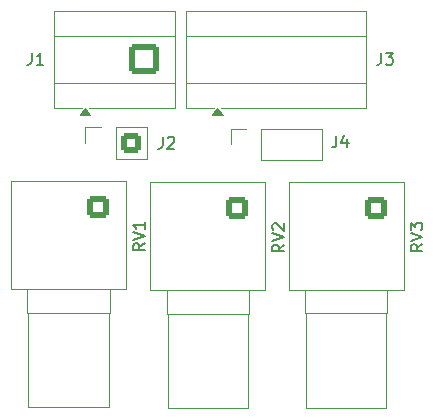
<source format=gto>
G04 #@! TF.GenerationSoftware,KiCad,Pcbnew,9.0.1*
G04 #@! TF.CreationDate,2025-04-21T20:59:13+02:00*
G04 #@! TF.ProjectId,3_pots_pcb_v0.2a,335f706f-7473-45f7-9063-625f76302e32,rev?*
G04 #@! TF.SameCoordinates,Original*
G04 #@! TF.FileFunction,Legend,Top*
G04 #@! TF.FilePolarity,Positive*
%FSLAX46Y46*%
G04 Gerber Fmt 4.6, Leading zero omitted, Abs format (unit mm)*
G04 Created by KiCad (PCBNEW 9.0.1) date 2025-04-21 20:59:13*
%MOMM*%
%LPD*%
G01*
G04 APERTURE LIST*
G04 Aperture macros list*
%AMRoundRect*
0 Rectangle with rounded corners*
0 $1 Rounding radius*
0 $2 $3 $4 $5 $6 $7 $8 $9 X,Y pos of 4 corners*
0 Add a 4 corners polygon primitive as box body*
4,1,4,$2,$3,$4,$5,$6,$7,$8,$9,$2,$3,0*
0 Add four circle primitives for the rounded corners*
1,1,$1+$1,$2,$3*
1,1,$1+$1,$4,$5*
1,1,$1+$1,$6,$7*
1,1,$1+$1,$8,$9*
0 Add four rect primitives between the rounded corners*
20,1,$1+$1,$2,$3,$4,$5,0*
20,1,$1+$1,$4,$5,$6,$7,0*
20,1,$1+$1,$6,$7,$8,$9,0*
20,1,$1+$1,$8,$9,$2,$3,0*%
G04 Aperture macros list end*
%ADD10C,0.150000*%
%ADD11C,0.120000*%
%ADD12C,2.500000*%
%ADD13RoundRect,0.250000X-1.000000X-1.000000X1.000000X-1.000000X1.000000X1.000000X-1.000000X1.000000X0*%
%ADD14C,3.800000*%
%ADD15C,1.800000*%
%ADD16RoundRect,0.250000X-0.650000X0.650000X-0.650000X-0.650000X0.650000X-0.650000X0.650000X0.650000X0*%
%ADD17C,1.700000*%
%ADD18RoundRect,0.250000X0.600000X-0.600000X0.600000X0.600000X-0.600000X0.600000X-0.600000X-0.600000X0*%
G04 APERTURE END LIST*
D10*
X174091666Y-101579819D02*
X174091666Y-102294104D01*
X174091666Y-102294104D02*
X174044047Y-102436961D01*
X174044047Y-102436961D02*
X173948809Y-102532200D01*
X173948809Y-102532200D02*
X173805952Y-102579819D01*
X173805952Y-102579819D02*
X173710714Y-102579819D01*
X174996428Y-101913152D02*
X174996428Y-102579819D01*
X174758333Y-101532200D02*
X174520238Y-102246485D01*
X174520238Y-102246485D02*
X175139285Y-102246485D01*
X148291666Y-94579819D02*
X148291666Y-95294104D01*
X148291666Y-95294104D02*
X148244047Y-95436961D01*
X148244047Y-95436961D02*
X148148809Y-95532200D01*
X148148809Y-95532200D02*
X148005952Y-95579819D01*
X148005952Y-95579819D02*
X147910714Y-95579819D01*
X149291666Y-95579819D02*
X148720238Y-95579819D01*
X149005952Y-95579819D02*
X149005952Y-94579819D01*
X149005952Y-94579819D02*
X148910714Y-94722676D01*
X148910714Y-94722676D02*
X148815476Y-94817914D01*
X148815476Y-94817914D02*
X148720238Y-94865533D01*
X181379819Y-110770238D02*
X180903628Y-111103571D01*
X181379819Y-111341666D02*
X180379819Y-111341666D01*
X180379819Y-111341666D02*
X180379819Y-110960714D01*
X180379819Y-110960714D02*
X180427438Y-110865476D01*
X180427438Y-110865476D02*
X180475057Y-110817857D01*
X180475057Y-110817857D02*
X180570295Y-110770238D01*
X180570295Y-110770238D02*
X180713152Y-110770238D01*
X180713152Y-110770238D02*
X180808390Y-110817857D01*
X180808390Y-110817857D02*
X180856009Y-110865476D01*
X180856009Y-110865476D02*
X180903628Y-110960714D01*
X180903628Y-110960714D02*
X180903628Y-111341666D01*
X180379819Y-110484523D02*
X181379819Y-110151190D01*
X181379819Y-110151190D02*
X180379819Y-109817857D01*
X180379819Y-109579761D02*
X180379819Y-108960714D01*
X180379819Y-108960714D02*
X180760771Y-109294047D01*
X180760771Y-109294047D02*
X180760771Y-109151190D01*
X180760771Y-109151190D02*
X180808390Y-109055952D01*
X180808390Y-109055952D02*
X180856009Y-109008333D01*
X180856009Y-109008333D02*
X180951247Y-108960714D01*
X180951247Y-108960714D02*
X181189342Y-108960714D01*
X181189342Y-108960714D02*
X181284580Y-109008333D01*
X181284580Y-109008333D02*
X181332200Y-109055952D01*
X181332200Y-109055952D02*
X181379819Y-109151190D01*
X181379819Y-109151190D02*
X181379819Y-109436904D01*
X181379819Y-109436904D02*
X181332200Y-109532142D01*
X181332200Y-109532142D02*
X181284580Y-109579761D01*
X159391666Y-101679819D02*
X159391666Y-102394104D01*
X159391666Y-102394104D02*
X159344047Y-102536961D01*
X159344047Y-102536961D02*
X159248809Y-102632200D01*
X159248809Y-102632200D02*
X159105952Y-102679819D01*
X159105952Y-102679819D02*
X159010714Y-102679819D01*
X159820238Y-101775057D02*
X159867857Y-101727438D01*
X159867857Y-101727438D02*
X159963095Y-101679819D01*
X159963095Y-101679819D02*
X160201190Y-101679819D01*
X160201190Y-101679819D02*
X160296428Y-101727438D01*
X160296428Y-101727438D02*
X160344047Y-101775057D01*
X160344047Y-101775057D02*
X160391666Y-101870295D01*
X160391666Y-101870295D02*
X160391666Y-101965533D01*
X160391666Y-101965533D02*
X160344047Y-102108390D01*
X160344047Y-102108390D02*
X159772619Y-102679819D01*
X159772619Y-102679819D02*
X160391666Y-102679819D01*
X177891666Y-94579819D02*
X177891666Y-95294104D01*
X177891666Y-95294104D02*
X177844047Y-95436961D01*
X177844047Y-95436961D02*
X177748809Y-95532200D01*
X177748809Y-95532200D02*
X177605952Y-95579819D01*
X177605952Y-95579819D02*
X177510714Y-95579819D01*
X178272619Y-94579819D02*
X178891666Y-94579819D01*
X178891666Y-94579819D02*
X178558333Y-94960771D01*
X178558333Y-94960771D02*
X178701190Y-94960771D01*
X178701190Y-94960771D02*
X178796428Y-95008390D01*
X178796428Y-95008390D02*
X178844047Y-95056009D01*
X178844047Y-95056009D02*
X178891666Y-95151247D01*
X178891666Y-95151247D02*
X178891666Y-95389342D01*
X178891666Y-95389342D02*
X178844047Y-95484580D01*
X178844047Y-95484580D02*
X178796428Y-95532200D01*
X178796428Y-95532200D02*
X178701190Y-95579819D01*
X178701190Y-95579819D02*
X178415476Y-95579819D01*
X178415476Y-95579819D02*
X178320238Y-95532200D01*
X178320238Y-95532200D02*
X178272619Y-95484580D01*
X169679819Y-110820238D02*
X169203628Y-111153571D01*
X169679819Y-111391666D02*
X168679819Y-111391666D01*
X168679819Y-111391666D02*
X168679819Y-111010714D01*
X168679819Y-111010714D02*
X168727438Y-110915476D01*
X168727438Y-110915476D02*
X168775057Y-110867857D01*
X168775057Y-110867857D02*
X168870295Y-110820238D01*
X168870295Y-110820238D02*
X169013152Y-110820238D01*
X169013152Y-110820238D02*
X169108390Y-110867857D01*
X169108390Y-110867857D02*
X169156009Y-110915476D01*
X169156009Y-110915476D02*
X169203628Y-111010714D01*
X169203628Y-111010714D02*
X169203628Y-111391666D01*
X168679819Y-110534523D02*
X169679819Y-110201190D01*
X169679819Y-110201190D02*
X168679819Y-109867857D01*
X168775057Y-109582142D02*
X168727438Y-109534523D01*
X168727438Y-109534523D02*
X168679819Y-109439285D01*
X168679819Y-109439285D02*
X168679819Y-109201190D01*
X168679819Y-109201190D02*
X168727438Y-109105952D01*
X168727438Y-109105952D02*
X168775057Y-109058333D01*
X168775057Y-109058333D02*
X168870295Y-109010714D01*
X168870295Y-109010714D02*
X168965533Y-109010714D01*
X168965533Y-109010714D02*
X169108390Y-109058333D01*
X169108390Y-109058333D02*
X169679819Y-109629761D01*
X169679819Y-109629761D02*
X169679819Y-109010714D01*
X157879819Y-110720238D02*
X157403628Y-111053571D01*
X157879819Y-111291666D02*
X156879819Y-111291666D01*
X156879819Y-111291666D02*
X156879819Y-110910714D01*
X156879819Y-110910714D02*
X156927438Y-110815476D01*
X156927438Y-110815476D02*
X156975057Y-110767857D01*
X156975057Y-110767857D02*
X157070295Y-110720238D01*
X157070295Y-110720238D02*
X157213152Y-110720238D01*
X157213152Y-110720238D02*
X157308390Y-110767857D01*
X157308390Y-110767857D02*
X157356009Y-110815476D01*
X157356009Y-110815476D02*
X157403628Y-110910714D01*
X157403628Y-110910714D02*
X157403628Y-111291666D01*
X156879819Y-110434523D02*
X157879819Y-110101190D01*
X157879819Y-110101190D02*
X156879819Y-109767857D01*
X157879819Y-108910714D02*
X157879819Y-109482142D01*
X157879819Y-109196428D02*
X156879819Y-109196428D01*
X156879819Y-109196428D02*
X157022676Y-109291666D01*
X157022676Y-109291666D02*
X157117914Y-109386904D01*
X157117914Y-109386904D02*
X157165533Y-109482142D01*
D11*
X150205000Y-91005000D02*
X150205000Y-99245000D01*
X150205000Y-91005000D02*
X160445000Y-91005000D01*
X150205000Y-93125000D02*
X160445000Y-93125000D01*
X150205000Y-97125000D02*
X160445000Y-97125000D01*
X150205000Y-99245000D02*
X152525000Y-99245000D01*
X153125000Y-99245000D02*
X160445000Y-99245000D01*
X160445000Y-91005000D02*
X160445000Y-99245000D01*
X153265000Y-99855000D02*
X152385000Y-99855000D01*
X152825000Y-99245000D01*
X153265000Y-99855000D01*
G36*
X153265000Y-99855000D02*
G01*
X152385000Y-99855000D01*
X152825000Y-99245000D01*
X153265000Y-99855000D01*
G37*
X171425000Y-116625000D02*
X171425000Y-114625000D01*
X171425000Y-116625000D02*
X178425000Y-116625000D01*
X171525000Y-124625000D02*
X171525000Y-116625000D01*
X178325000Y-124625000D02*
X171525000Y-124625000D01*
X178325000Y-124625000D02*
X178325000Y-116625000D01*
X178425000Y-116625000D02*
X178425000Y-114625000D01*
X170055000Y-114625000D02*
X179795000Y-114625000D01*
X179795000Y-105504000D01*
X170055000Y-105504000D01*
X170055000Y-114625000D01*
X152845000Y-100870000D02*
X154175000Y-100870000D01*
X152845000Y-102200000D02*
X152845000Y-100870000D01*
X155445000Y-100870000D02*
X158045000Y-100870000D01*
X155445000Y-103530000D02*
X155445000Y-100870000D01*
X155445000Y-103530000D02*
X158045000Y-103530000D01*
X158045000Y-103530000D02*
X158045000Y-100870000D01*
X165155000Y-100995000D02*
X166485000Y-100995000D01*
X165155000Y-102325000D02*
X165155000Y-100995000D01*
X167755000Y-100995000D02*
X172895000Y-100995000D01*
X167755000Y-103655000D02*
X167755000Y-100995000D01*
X167755000Y-103655000D02*
X172895000Y-103655000D01*
X172895000Y-103655000D02*
X172895000Y-100995000D01*
X161405000Y-91005000D02*
X161405000Y-99245000D01*
X161405000Y-91005000D02*
X176645000Y-91005000D01*
X161405000Y-93125000D02*
X176645000Y-93125000D01*
X161405000Y-97125000D02*
X176645000Y-97125000D01*
X161405000Y-99245000D02*
X163725000Y-99245000D01*
X164325000Y-99245000D02*
X176645000Y-99245000D01*
X176645000Y-91005000D02*
X176645000Y-99245000D01*
X164465000Y-99855000D02*
X163585000Y-99855000D01*
X164025000Y-99245000D01*
X164465000Y-99855000D01*
G36*
X164465000Y-99855000D02*
G01*
X163585000Y-99855000D01*
X164025000Y-99245000D01*
X164465000Y-99855000D01*
G37*
X159725000Y-116675000D02*
X159725000Y-114675000D01*
X159725000Y-116675000D02*
X166725000Y-116675000D01*
X159825000Y-124675000D02*
X159825000Y-116675000D01*
X166625000Y-124675000D02*
X159825000Y-124675000D01*
X166625000Y-124675000D02*
X166625000Y-116675000D01*
X166725000Y-116675000D02*
X166725000Y-114675000D01*
X158355000Y-114675000D02*
X168095000Y-114675000D01*
X168095000Y-105554000D01*
X158355000Y-105554000D01*
X158355000Y-114675000D01*
X147925000Y-116575000D02*
X147925000Y-114575000D01*
X147925000Y-116575000D02*
X154925000Y-116575000D01*
X148025000Y-124575000D02*
X148025000Y-116575000D01*
X154825000Y-124575000D02*
X148025000Y-124575000D01*
X154825000Y-124575000D02*
X154825000Y-116575000D01*
X154925000Y-116575000D02*
X154925000Y-114575000D01*
X146555000Y-114575000D02*
X156295000Y-114575000D01*
X156295000Y-105454000D01*
X146555000Y-105454000D01*
X146555000Y-114575000D01*
%LPC*%
D12*
X152825000Y-95125000D03*
D13*
X157825000Y-95125000D03*
D14*
X143225000Y-93250000D03*
X183175000Y-112025000D03*
D15*
X172425000Y-110175000D03*
X174925000Y-110175000D03*
X177425000Y-110175000D03*
X172425000Y-107675000D03*
X174925000Y-107675000D03*
D16*
X177425000Y-107675000D03*
D14*
X183200000Y-93200000D03*
D17*
X154175000Y-102200000D03*
D18*
X156715000Y-102200000D03*
D14*
X143225000Y-112075000D03*
D17*
X166485000Y-102325000D03*
X169025000Y-102325000D03*
X171565000Y-102325000D03*
D12*
X164025000Y-95125000D03*
X169025000Y-95125000D03*
X174025000Y-95125000D03*
D15*
X160725000Y-110225000D03*
X163225000Y-110225000D03*
X165725000Y-110225000D03*
X160725000Y-107725000D03*
X163225000Y-107725000D03*
D16*
X165725000Y-107725000D03*
D15*
X148925000Y-110125000D03*
X151425000Y-110125000D03*
X153925000Y-110125000D03*
X148925000Y-107625000D03*
X151425000Y-107625000D03*
D16*
X153925000Y-107625000D03*
%LPD*%
M02*

</source>
